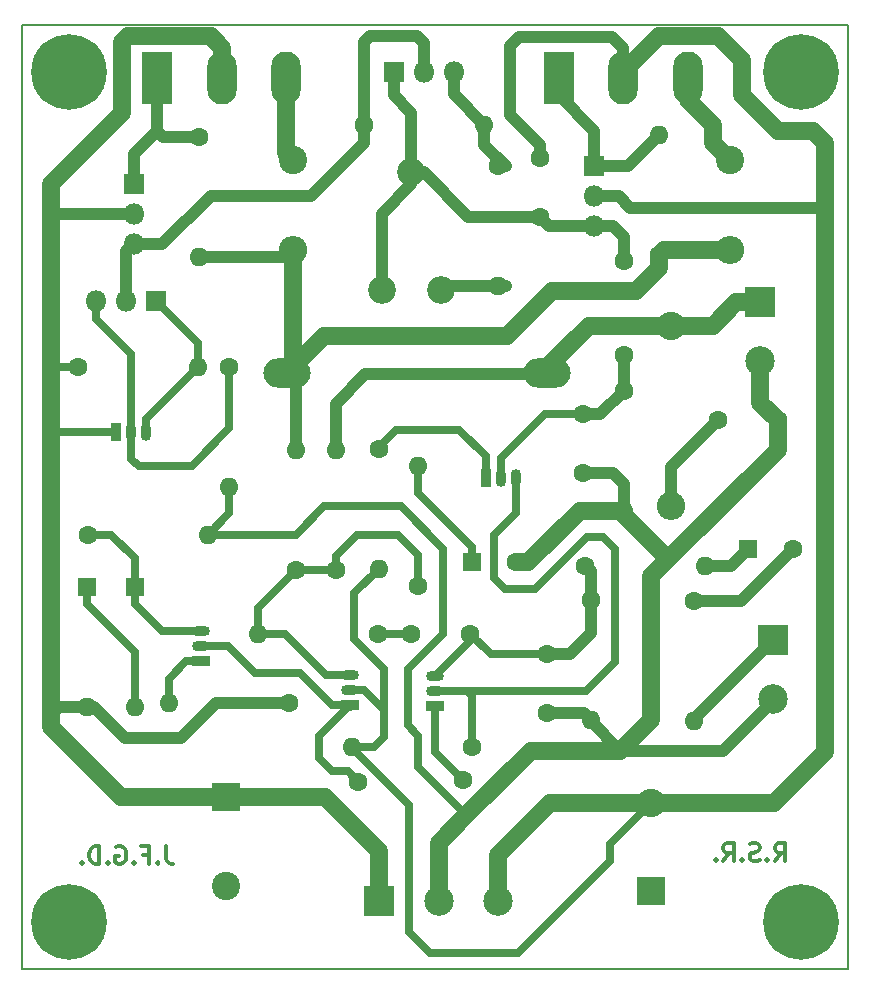
<source format=gbl>
G04 #@! TF.FileFunction,Copper,L2,Bot,Signal*
%FSLAX46Y46*%
G04 Gerber Fmt 4.6, Leading zero omitted, Abs format (unit mm)*
G04 Created by KiCad (PCBNEW 4.0.7) date 04/25/20 16:53:01*
%MOMM*%
%LPD*%
G01*
G04 APERTURE LIST*
%ADD10C,0.100000*%
%ADD11C,0.300000*%
%ADD12C,0.150000*%
%ADD13C,2.340000*%
%ADD14C,1.600000*%
%ADD15O,1.600000X1.600000*%
%ADD16C,6.400000*%
%ADD17C,0.800000*%
%ADD18R,1.600000X1.600000*%
%ADD19R,2.400000X2.400000*%
%ADD20C,2.400000*%
%ADD21O,4.000000X2.500000*%
%ADD22R,2.500000X2.500000*%
%ADD23C,2.500000*%
%ADD24R,1.800000X1.800000*%
%ADD25O,1.800000X1.800000*%
%ADD26R,2.500000X4.500000*%
%ADD27O,2.500000X4.500000*%
%ADD28O,2.400000X2.400000*%
%ADD29O,1.500000X0.900000*%
%ADD30R,1.500000X0.900000*%
%ADD31O,0.900000X1.500000*%
%ADD32R,0.900000X1.500000*%
%ADD33C,1.000000*%
%ADD34C,0.700000*%
%ADD35C,1.500000*%
G04 APERTURE END LIST*
D10*
D11*
X173775428Y-120820571D02*
X174275428Y-120106286D01*
X174632571Y-120820571D02*
X174632571Y-119320571D01*
X174061143Y-119320571D01*
X173918285Y-119392000D01*
X173846857Y-119463429D01*
X173775428Y-119606286D01*
X173775428Y-119820571D01*
X173846857Y-119963429D01*
X173918285Y-120034857D01*
X174061143Y-120106286D01*
X174632571Y-120106286D01*
X173132571Y-120677714D02*
X173061143Y-120749143D01*
X173132571Y-120820571D01*
X173204000Y-120749143D01*
X173132571Y-120677714D01*
X173132571Y-120820571D01*
X172489714Y-120749143D02*
X172275428Y-120820571D01*
X171918285Y-120820571D01*
X171775428Y-120749143D01*
X171703999Y-120677714D01*
X171632571Y-120534857D01*
X171632571Y-120392000D01*
X171703999Y-120249143D01*
X171775428Y-120177714D01*
X171918285Y-120106286D01*
X172203999Y-120034857D01*
X172346857Y-119963429D01*
X172418285Y-119892000D01*
X172489714Y-119749143D01*
X172489714Y-119606286D01*
X172418285Y-119463429D01*
X172346857Y-119392000D01*
X172203999Y-119320571D01*
X171846857Y-119320571D01*
X171632571Y-119392000D01*
X170989714Y-120677714D02*
X170918286Y-120749143D01*
X170989714Y-120820571D01*
X171061143Y-120749143D01*
X170989714Y-120677714D01*
X170989714Y-120820571D01*
X169418285Y-120820571D02*
X169918285Y-120106286D01*
X170275428Y-120820571D02*
X170275428Y-119320571D01*
X169704000Y-119320571D01*
X169561142Y-119392000D01*
X169489714Y-119463429D01*
X169418285Y-119606286D01*
X169418285Y-119820571D01*
X169489714Y-119963429D01*
X169561142Y-120034857D01*
X169704000Y-120106286D01*
X170275428Y-120106286D01*
X168775428Y-120677714D02*
X168704000Y-120749143D01*
X168775428Y-120820571D01*
X168846857Y-120749143D01*
X168775428Y-120677714D01*
X168775428Y-120820571D01*
X122229143Y-119574571D02*
X122229143Y-120646000D01*
X122300571Y-120860286D01*
X122443428Y-121003143D01*
X122657714Y-121074571D01*
X122800571Y-121074571D01*
X121514857Y-120931714D02*
X121443429Y-121003143D01*
X121514857Y-121074571D01*
X121586286Y-121003143D01*
X121514857Y-120931714D01*
X121514857Y-121074571D01*
X120300571Y-120288857D02*
X120800571Y-120288857D01*
X120800571Y-121074571D02*
X120800571Y-119574571D01*
X120086285Y-119574571D01*
X119514857Y-120931714D02*
X119443429Y-121003143D01*
X119514857Y-121074571D01*
X119586286Y-121003143D01*
X119514857Y-120931714D01*
X119514857Y-121074571D01*
X118014857Y-119646000D02*
X118157714Y-119574571D01*
X118372000Y-119574571D01*
X118586285Y-119646000D01*
X118729143Y-119788857D01*
X118800571Y-119931714D01*
X118872000Y-120217429D01*
X118872000Y-120431714D01*
X118800571Y-120717429D01*
X118729143Y-120860286D01*
X118586285Y-121003143D01*
X118372000Y-121074571D01*
X118229143Y-121074571D01*
X118014857Y-121003143D01*
X117943428Y-120931714D01*
X117943428Y-120431714D01*
X118229143Y-120431714D01*
X117300571Y-120931714D02*
X117229143Y-121003143D01*
X117300571Y-121074571D01*
X117372000Y-121003143D01*
X117300571Y-120931714D01*
X117300571Y-121074571D01*
X116586285Y-121074571D02*
X116586285Y-119574571D01*
X116229142Y-119574571D01*
X116014857Y-119646000D01*
X115871999Y-119788857D01*
X115800571Y-119931714D01*
X115729142Y-120217429D01*
X115729142Y-120431714D01*
X115800571Y-120717429D01*
X115871999Y-120860286D01*
X116014857Y-121003143D01*
X116229142Y-121074571D01*
X116586285Y-121074571D01*
X115086285Y-120931714D02*
X115014857Y-121003143D01*
X115086285Y-121074571D01*
X115157714Y-121003143D01*
X115086285Y-120931714D01*
X115086285Y-121074571D01*
D12*
X110000000Y-50000000D02*
X110000000Y-130000000D01*
X180000000Y-50000000D02*
X110000000Y-50000000D01*
X180000000Y-130000000D02*
X180000000Y-50000000D01*
X110000000Y-130000000D02*
X180000000Y-130000000D01*
D13*
X140500000Y-72500000D03*
X143000000Y-62500000D03*
X145500000Y-72500000D03*
D14*
X114808000Y-78994000D03*
D15*
X124968000Y-78994000D03*
D16*
X176000000Y-54000000D03*
D17*
X178400000Y-54000000D03*
X177697056Y-55697056D03*
X176000000Y-56400000D03*
X174302944Y-55697056D03*
X173600000Y-54000000D03*
X174302944Y-52302944D03*
X176000000Y-51600000D03*
X177697056Y-52302944D03*
D16*
X176000000Y-126000000D03*
D17*
X178400000Y-126000000D03*
X177697056Y-127697056D03*
X176000000Y-128400000D03*
X174302944Y-127697056D03*
X173600000Y-126000000D03*
X174302944Y-124302944D03*
X176000000Y-123600000D03*
X177697056Y-124302944D03*
D16*
X114000000Y-126000000D03*
D17*
X116400000Y-126000000D03*
X115697056Y-127697056D03*
X114000000Y-128400000D03*
X112302944Y-127697056D03*
X111600000Y-126000000D03*
X112302944Y-124302944D03*
X114000000Y-123600000D03*
X115697056Y-124302944D03*
D16*
X114000000Y-54000000D03*
D17*
X116400000Y-54000000D03*
X115697056Y-55697056D03*
X114000000Y-56400000D03*
X112302944Y-55697056D03*
X111600000Y-54000000D03*
X112302944Y-52302944D03*
X114000000Y-51600000D03*
X115697056Y-52302944D03*
D18*
X171500000Y-94400000D03*
D14*
X175300000Y-94400000D03*
X154500000Y-103300000D03*
X154500000Y-108300000D03*
X148000000Y-101600000D03*
X143000000Y-101600000D03*
X157500000Y-83000000D03*
X157500000Y-88000000D03*
X153924000Y-66294000D03*
X153924000Y-61294000D03*
X169000000Y-83500000D03*
X174000000Y-83500000D03*
D18*
X148100000Y-95500000D03*
D14*
X151900000Y-95500000D03*
D19*
X127300000Y-115400000D03*
D20*
X127300000Y-122900000D03*
D19*
X163300000Y-123400000D03*
D20*
X163300000Y-115900000D03*
D18*
X115500000Y-97625000D03*
D15*
X115500000Y-107785000D03*
D18*
X119600000Y-97600000D03*
D15*
X119600000Y-107760000D03*
D21*
X132500000Y-79500000D03*
X154500000Y-79500000D03*
D22*
X173600000Y-102100000D03*
D23*
X173600000Y-107100000D03*
D22*
X172500000Y-73500000D03*
D23*
X172500000Y-78500000D03*
X150300000Y-124200000D03*
D22*
X140300000Y-124200000D03*
D23*
X145300000Y-124200000D03*
D24*
X121412000Y-73406000D03*
D25*
X118872000Y-73406000D03*
X116332000Y-73406000D03*
D24*
X141500000Y-54000000D03*
D25*
X144040000Y-54000000D03*
X146580000Y-54000000D03*
D24*
X119500000Y-63500000D03*
D25*
X119500000Y-66040000D03*
X119500000Y-68580000D03*
D24*
X158496000Y-61976000D03*
D25*
X158496000Y-64516000D03*
X158496000Y-67056000D03*
D26*
X121500000Y-54500000D03*
D27*
X126950000Y-54500000D03*
X132400000Y-54500000D03*
D26*
X155500000Y-54500000D03*
D27*
X160950000Y-54500000D03*
X166400000Y-54500000D03*
D14*
X166900000Y-98800000D03*
D15*
X166900000Y-108960000D03*
D14*
X157700000Y-95800000D03*
D15*
X167860000Y-95800000D03*
D14*
X158200000Y-98700000D03*
D15*
X158200000Y-108860000D03*
D14*
X148100000Y-111200000D03*
D15*
X137940000Y-111200000D03*
D14*
X132600000Y-107400000D03*
D15*
X122440000Y-107400000D03*
D14*
X140200000Y-101600000D03*
D15*
X130040000Y-101600000D03*
D14*
X115600000Y-93200000D03*
D15*
X125760000Y-93200000D03*
D14*
X140300000Y-85900000D03*
D15*
X140300000Y-96060000D03*
D14*
X127600000Y-79000000D03*
D15*
X127600000Y-89160000D03*
D14*
X139000000Y-58500000D03*
D15*
X149160000Y-58500000D03*
D14*
X150368000Y-61976000D03*
D15*
X150368000Y-72136000D03*
D14*
X161000000Y-81000000D03*
D15*
X161000000Y-91160000D03*
D14*
X125000000Y-59500000D03*
D15*
X125000000Y-69660000D03*
D14*
X164000000Y-69500000D03*
D15*
X164000000Y-59340000D03*
D20*
X133000000Y-61500000D03*
D28*
X133000000Y-69120000D03*
D20*
X170000000Y-61500000D03*
D28*
X170000000Y-69120000D03*
D14*
X133200000Y-96200000D03*
D15*
X133200000Y-86040000D03*
D14*
X136600000Y-96200000D03*
D15*
X136600000Y-86040000D03*
D20*
X165000000Y-75500000D03*
D28*
X165000000Y-90740000D03*
D14*
X143600000Y-97500000D03*
D15*
X143600000Y-87340000D03*
D29*
X145000000Y-106430000D03*
X145000000Y-105160000D03*
D30*
X145000000Y-107700000D03*
D29*
X125222000Y-102616000D03*
X125222000Y-101346000D03*
D30*
X125222000Y-103886000D03*
D29*
X137800000Y-106330000D03*
X137800000Y-105060000D03*
D30*
X137800000Y-107600000D03*
D31*
X150622000Y-88392000D03*
X151892000Y-88392000D03*
D32*
X149352000Y-88392000D03*
D31*
X119270000Y-84500000D03*
X120540000Y-84500000D03*
D32*
X118000000Y-84500000D03*
D14*
X161000000Y-70000000D03*
X161000000Y-78000000D03*
X138500000Y-114100000D03*
X147400000Y-114000000D03*
D33*
X167860000Y-95800000D02*
X170100000Y-95800000D01*
X170100000Y-95800000D02*
X171500000Y-94400000D01*
X166900000Y-98800000D02*
X170900000Y-98800000D01*
X170900000Y-98800000D02*
X175300000Y-94400000D01*
D34*
X154500000Y-103300000D02*
X149700000Y-103300000D01*
X149700000Y-103300000D02*
X148000000Y-101600000D01*
D33*
X154500000Y-103300000D02*
X156400000Y-103300000D01*
X158200000Y-101500000D02*
X158200000Y-98700000D01*
X156400000Y-103300000D02*
X158200000Y-101500000D01*
D34*
X148000000Y-101600000D02*
X148000000Y-102160000D01*
X148000000Y-102160000D02*
X145000000Y-105160000D01*
D33*
X158200000Y-98700000D02*
X158200000Y-96300000D01*
X158200000Y-96300000D02*
X157700000Y-95800000D01*
X157500000Y-88000000D02*
X160100000Y-88000000D01*
X161000000Y-88900000D02*
X161000000Y-91160000D01*
X160100000Y-88000000D02*
X161000000Y-88900000D01*
D34*
X143600000Y-111000000D02*
X143600000Y-112900000D01*
X133200000Y-93200000D02*
X135600000Y-90800000D01*
X135600000Y-90800000D02*
X142100000Y-90800000D01*
X142100000Y-90800000D02*
X145700000Y-94400000D01*
X145700000Y-94400000D02*
X145700000Y-101600000D01*
X145700000Y-101600000D02*
X142700000Y-104600000D01*
X142700000Y-104600000D02*
X142700000Y-109300000D01*
X142700000Y-109300000D02*
X143600000Y-110200000D01*
X143600000Y-110200000D02*
X143600000Y-111000000D01*
X125760000Y-93200000D02*
X133200000Y-93200000D01*
X143600000Y-112900000D02*
X147650000Y-116950000D01*
D35*
X161000000Y-91160000D02*
X161000000Y-91500000D01*
X161000000Y-91500000D02*
X164750000Y-95250000D01*
D34*
X127600000Y-89160000D02*
X127600000Y-91360000D01*
X127600000Y-91360000D02*
X125760000Y-93200000D01*
D35*
X161000000Y-91160000D02*
X157240000Y-91160000D01*
X157240000Y-91160000D02*
X152900000Y-95500000D01*
X152900000Y-95500000D02*
X151900000Y-95500000D01*
X161000000Y-91160000D02*
X160660000Y-91160000D01*
D33*
X154500000Y-108300000D02*
X157640000Y-108300000D01*
X157640000Y-108300000D02*
X158200000Y-108860000D01*
X173600000Y-107100000D02*
X173600000Y-107300000D01*
X173600000Y-107300000D02*
X169400000Y-111500000D01*
X169400000Y-111500000D02*
X160700000Y-111500000D01*
X158200000Y-108860000D02*
X158200000Y-109000000D01*
X158200000Y-109000000D02*
X160700000Y-111500000D01*
D35*
X172500000Y-78500000D02*
X172500000Y-82000000D01*
X172500000Y-82000000D02*
X174000000Y-83500000D01*
D33*
X157500000Y-88000000D02*
X157840000Y-88000000D01*
D35*
X145300000Y-124200000D02*
X145300000Y-119300000D01*
X145300000Y-119300000D02*
X147650000Y-116950000D01*
X153100000Y-111500000D02*
X160700000Y-111500000D01*
X147650000Y-116950000D02*
X153100000Y-111500000D01*
X174000000Y-86000000D02*
X174000000Y-83500000D01*
X163300000Y-96700000D02*
X163500000Y-96500000D01*
X163500000Y-96500000D02*
X164750000Y-95250000D01*
X164750000Y-95250000D02*
X174000000Y-86000000D01*
X163300000Y-108900000D02*
X163300000Y-96700000D01*
X160700000Y-111500000D02*
X163300000Y-108900000D01*
D33*
X173600000Y-107100000D02*
X173600000Y-107600000D01*
D35*
X163300000Y-123400000D02*
X163100000Y-123400000D01*
D34*
X140200000Y-101600000D02*
X143000000Y-101600000D01*
D33*
X158496000Y-67056000D02*
X154686000Y-67056000D01*
X154686000Y-67056000D02*
X153924000Y-66294000D01*
X143000000Y-62500000D02*
X144034000Y-62500000D01*
X144034000Y-62500000D02*
X147828000Y-66294000D01*
X147828000Y-66294000D02*
X153924000Y-66294000D01*
D34*
X150570000Y-88700000D02*
X150570000Y-86730000D01*
X154300000Y-83000000D02*
X157500000Y-83000000D01*
X150570000Y-86730000D02*
X154300000Y-83000000D01*
D33*
X161000000Y-81000000D02*
X161000000Y-78000000D01*
X160080000Y-67080000D02*
X159000000Y-67080000D01*
X161000000Y-68000000D02*
X160080000Y-67080000D01*
X161000000Y-70000000D02*
X161000000Y-68000000D01*
X157500000Y-83000000D02*
X159000000Y-83000000D01*
X159000000Y-83000000D02*
X161000000Y-81000000D01*
X143000000Y-62500000D02*
X143000000Y-63500000D01*
X143000000Y-63500000D02*
X140500000Y-66000000D01*
X140500000Y-66000000D02*
X140500000Y-72500000D01*
X141500000Y-54000000D02*
X141500000Y-56000000D01*
X141500000Y-56000000D02*
X143000000Y-57500000D01*
X143000000Y-57500000D02*
X143000000Y-62500000D01*
X153924000Y-61294000D02*
X153924000Y-60198000D01*
X160950000Y-51984000D02*
X160950000Y-54500000D01*
X160020000Y-51054000D02*
X160950000Y-51984000D01*
X152146000Y-51054000D02*
X160020000Y-51054000D01*
X151384000Y-51816000D02*
X152146000Y-51054000D01*
X151384000Y-57658000D02*
X151384000Y-51816000D01*
X153924000Y-60198000D02*
X151384000Y-57658000D01*
D34*
X140300000Y-96060000D02*
X140240000Y-96060000D01*
X140240000Y-96060000D02*
X138162000Y-98138000D01*
X138162000Y-98138000D02*
X138162000Y-102062000D01*
X138162000Y-102062000D02*
X140700000Y-104600000D01*
X140700000Y-104600000D02*
X140700000Y-108000000D01*
X137940000Y-111200000D02*
X137940000Y-111240000D01*
X137940000Y-111240000D02*
X142800000Y-116100000D01*
X159800000Y-119400000D02*
X163300000Y-115900000D01*
X159800000Y-120800000D02*
X159800000Y-119400000D01*
X152000000Y-128600000D02*
X159800000Y-120800000D01*
X144600000Y-128600000D02*
X152000000Y-128600000D01*
X142800000Y-126800000D02*
X144600000Y-128600000D01*
X142800000Y-116100000D02*
X142800000Y-126800000D01*
X137800000Y-106330000D02*
X139030000Y-106330000D01*
X139800000Y-111200000D02*
X137940000Y-111200000D01*
X140700000Y-110300000D02*
X139800000Y-111200000D01*
X140700000Y-108000000D02*
X140700000Y-110300000D01*
X139030000Y-106330000D02*
X140700000Y-108000000D01*
X150300000Y-124200000D02*
X150300000Y-124900000D01*
D35*
X163300000Y-115900000D02*
X173730000Y-115900000D01*
X173730000Y-115900000D02*
X178000000Y-111630000D01*
X178000000Y-111630000D02*
X178000000Y-65500000D01*
X150300000Y-124200000D02*
X150300000Y-120300000D01*
X150300000Y-120300000D02*
X154700000Y-115900000D01*
X154700000Y-115900000D02*
X163300000Y-115900000D01*
D33*
X178000000Y-65500000D02*
X161500000Y-65500000D01*
X161500000Y-65500000D02*
X160540000Y-64540000D01*
X160540000Y-64540000D02*
X159000000Y-64540000D01*
D35*
X160950000Y-54050000D02*
X164000000Y-51000000D01*
X178000000Y-60000000D02*
X178000000Y-65500000D01*
X177000000Y-59000000D02*
X178000000Y-60000000D01*
X174000000Y-59000000D02*
X177000000Y-59000000D01*
X171000000Y-56000000D02*
X174000000Y-59000000D01*
X171000000Y-53000000D02*
X171000000Y-56000000D01*
X169000000Y-51000000D02*
X171000000Y-53000000D01*
X164000000Y-51000000D02*
X169000000Y-51000000D01*
D33*
X165000000Y-90740000D02*
X165000000Y-87500000D01*
X165000000Y-87500000D02*
X169000000Y-83500000D01*
D34*
X148100000Y-95500000D02*
X148100000Y-94200000D01*
X143600000Y-89700000D02*
X143600000Y-87340000D01*
X148100000Y-94200000D02*
X143600000Y-89700000D01*
X114808000Y-78994000D02*
X112500000Y-78994000D01*
X112500000Y-78994000D02*
X112522000Y-78994000D01*
X112522000Y-78994000D02*
X112500000Y-78994000D01*
D33*
X132600000Y-107400000D02*
X126500000Y-107400000D01*
X118740000Y-110400000D02*
X116100000Y-107760000D01*
X123500000Y-110400000D02*
X118740000Y-110400000D01*
X126500000Y-107400000D02*
X123500000Y-110400000D01*
X116100000Y-107760000D02*
X113140000Y-107760000D01*
X113140000Y-107760000D02*
X112500000Y-108400000D01*
D35*
X127300000Y-115400000D02*
X118386000Y-115400000D01*
X112500000Y-109514000D02*
X112500000Y-108400000D01*
X112500000Y-108400000D02*
X112500000Y-99160000D01*
X118386000Y-115400000D02*
X112500000Y-109514000D01*
X140300000Y-124200000D02*
X140300000Y-120000000D01*
X135700000Y-115400000D02*
X127300000Y-115400000D01*
X140300000Y-120000000D02*
X135700000Y-115400000D01*
D34*
X118000000Y-84500000D02*
X113000000Y-84500000D01*
X113000000Y-84500000D02*
X112500000Y-85000000D01*
D33*
X119500000Y-66040000D02*
X112500000Y-66040000D01*
X112500000Y-66040000D02*
X112500000Y-65500000D01*
X112500000Y-99160000D02*
X112500000Y-99000000D01*
D35*
X112500000Y-99000000D02*
X112500000Y-85000000D01*
X112500000Y-85000000D02*
X112500000Y-78994000D01*
X112500000Y-78994000D02*
X112500000Y-78500000D01*
X112500000Y-78500000D02*
X112500000Y-76400000D01*
X112500000Y-76400000D02*
X112500000Y-65500000D01*
X112500000Y-65500000D02*
X112500000Y-63500000D01*
X112500000Y-63500000D02*
X118500000Y-57500000D01*
X118500000Y-57500000D02*
X118500000Y-51500000D01*
X118500000Y-51500000D02*
X119000000Y-51000000D01*
X119000000Y-51000000D02*
X126000000Y-51000000D01*
X126000000Y-51000000D02*
X126950000Y-51950000D01*
X126950000Y-51950000D02*
X126950000Y-54500000D01*
X170000000Y-69120000D02*
X164380000Y-69120000D01*
X164380000Y-69120000D02*
X164000000Y-69500000D01*
X164000000Y-69500000D02*
X164000000Y-70600000D01*
X164000000Y-70600000D02*
X162000000Y-72600000D01*
X162000000Y-72600000D02*
X154900000Y-72600000D01*
X154900000Y-72600000D02*
X151100000Y-76400000D01*
X151100000Y-76400000D02*
X135600000Y-76400000D01*
X135600000Y-76400000D02*
X132500000Y-79500000D01*
D33*
X133200000Y-86040000D02*
X133200000Y-80200000D01*
X133200000Y-80200000D02*
X132500000Y-79500000D01*
X133100000Y-85940000D02*
X133200000Y-86040000D01*
X164380000Y-69120000D02*
X164000000Y-69500000D01*
X125000000Y-69660000D02*
X132460000Y-69660000D01*
X132460000Y-69660000D02*
X133000000Y-69120000D01*
D35*
X133000000Y-69120000D02*
X133000000Y-79000000D01*
X133000000Y-79000000D02*
X132500000Y-79500000D01*
X165000000Y-75500000D02*
X168500000Y-75500000D01*
X170500000Y-73500000D02*
X172500000Y-73500000D01*
X168500000Y-75500000D02*
X170500000Y-73500000D01*
X154500000Y-79500000D02*
X154500000Y-79000000D01*
X154500000Y-79000000D02*
X158000000Y-75500000D01*
X158000000Y-75500000D02*
X165000000Y-75500000D01*
D33*
X136600000Y-86040000D02*
X136600000Y-82100000D01*
X136600000Y-82100000D02*
X139100000Y-79600000D01*
X139100000Y-79600000D02*
X154400000Y-79600000D01*
X154400000Y-79600000D02*
X154500000Y-79500000D01*
D34*
X151840000Y-88700000D02*
X151840000Y-91360000D01*
X157770000Y-106430000D02*
X147730000Y-106430000D01*
X160200000Y-104000000D02*
X157770000Y-106430000D01*
X160200000Y-94400000D02*
X160200000Y-104000000D01*
X159200000Y-93400000D02*
X160200000Y-94400000D01*
X157900000Y-93400000D02*
X159200000Y-93400000D01*
X153500000Y-97800000D02*
X157900000Y-93400000D01*
X150900000Y-97800000D02*
X153500000Y-97800000D01*
X150000000Y-96900000D02*
X150900000Y-97800000D01*
X150000000Y-93200000D02*
X150000000Y-96900000D01*
X151840000Y-91360000D02*
X150000000Y-93200000D01*
X148100000Y-111200000D02*
X148100000Y-106800000D01*
X147730000Y-106430000D02*
X145000000Y-106430000D01*
X148100000Y-106800000D02*
X147730000Y-106430000D01*
X125222000Y-102616000D02*
X127508000Y-102616000D01*
X136302000Y-107600000D02*
X137800000Y-107600000D01*
X133604000Y-104902000D02*
X136302000Y-107600000D01*
X129794000Y-104902000D02*
X133604000Y-104902000D01*
X127508000Y-102616000D02*
X129794000Y-104902000D01*
X145000000Y-107700000D02*
X145000000Y-111600000D01*
X135200000Y-110200000D02*
X137800000Y-107600000D01*
X135200000Y-112100000D02*
X135200000Y-110200000D01*
X136300000Y-113200000D02*
X135200000Y-112100000D01*
X137600000Y-113200000D02*
X136300000Y-113200000D01*
X138500000Y-114100000D02*
X137600000Y-113200000D01*
X145000000Y-111600000D02*
X147400000Y-114000000D01*
X137800000Y-107600000D02*
X137800000Y-107800000D01*
X119600000Y-97600000D02*
X119600000Y-99026000D01*
X121920000Y-101346000D02*
X125222000Y-101346000D01*
X119600000Y-99026000D02*
X121920000Y-101346000D01*
X115600000Y-93200000D02*
X117600000Y-93200000D01*
X119600000Y-95200000D02*
X119600000Y-97600000D01*
X117600000Y-93200000D02*
X119600000Y-95200000D01*
X125222000Y-103886000D02*
X123952000Y-103886000D01*
X122440000Y-105398000D02*
X122440000Y-107400000D01*
X123952000Y-103886000D02*
X122440000Y-105398000D01*
X143600000Y-97500000D02*
X143600000Y-94900000D01*
X136600000Y-95000000D02*
X136600000Y-96200000D01*
X138400000Y-93200000D02*
X136600000Y-95000000D01*
X141900000Y-93200000D02*
X138400000Y-93200000D01*
X143600000Y-94900000D02*
X141900000Y-93200000D01*
X136600000Y-96200000D02*
X133200000Y-96200000D01*
X130040000Y-101600000D02*
X132300000Y-101600000D01*
X135760000Y-105060000D02*
X137800000Y-105060000D01*
X132300000Y-101600000D02*
X135760000Y-105060000D01*
X130040000Y-101600000D02*
X130040000Y-99360000D01*
X130040000Y-99360000D02*
X133200000Y-96200000D01*
X140300000Y-85900000D02*
X140300000Y-85760000D01*
X140300000Y-85760000D02*
X141732000Y-84328000D01*
X141732000Y-84328000D02*
X147066000Y-84328000D01*
X147066000Y-84328000D02*
X149300000Y-86562000D01*
X149300000Y-86562000D02*
X149300000Y-88700000D01*
X149300000Y-88100000D02*
X149300000Y-88700000D01*
X116332000Y-73406000D02*
X116332000Y-74930000D01*
X119270000Y-77868000D02*
X119270000Y-84500000D01*
X116332000Y-74930000D02*
X119270000Y-77868000D01*
X119270000Y-84500000D02*
X119270000Y-86770000D01*
X127600000Y-84200000D02*
X127600000Y-79000000D01*
X124400000Y-87400000D02*
X127600000Y-84200000D01*
X119900000Y-87400000D02*
X124400000Y-87400000D01*
X119270000Y-86770000D02*
X119900000Y-87400000D01*
X124968000Y-78994000D02*
X124968000Y-76962000D01*
X124968000Y-76962000D02*
X121412000Y-73406000D01*
X120540000Y-84500000D02*
X120540000Y-83422000D01*
X120540000Y-83422000D02*
X124968000Y-78994000D01*
X124714000Y-79248000D02*
X124968000Y-78994000D01*
D33*
X118872000Y-73406000D02*
X118872000Y-69208000D01*
X118872000Y-69208000D02*
X119500000Y-68580000D01*
D34*
X119460000Y-68620000D02*
X119500000Y-68580000D01*
D33*
X139000000Y-58500000D02*
X139000000Y-51500000D01*
X144040000Y-51540000D02*
X144040000Y-54000000D01*
X143500000Y-51000000D02*
X144040000Y-51540000D01*
X139500000Y-51000000D02*
X143500000Y-51000000D01*
X139000000Y-51500000D02*
X139500000Y-51000000D01*
X119500000Y-68580000D02*
X121920000Y-68580000D01*
X139000000Y-60000000D02*
X139000000Y-58500000D01*
X134500000Y-64500000D02*
X139000000Y-60000000D01*
X126000000Y-64500000D02*
X134500000Y-64500000D01*
X121920000Y-68580000D02*
X126000000Y-64500000D01*
X149160000Y-58500000D02*
X149160000Y-60160000D01*
X149160000Y-60160000D02*
X151000000Y-62000000D01*
X146580000Y-54000000D02*
X146580000Y-55920000D01*
X146580000Y-55920000D02*
X149160000Y-58500000D01*
X119500000Y-63500000D02*
X119500000Y-61000000D01*
X119500000Y-61000000D02*
X121500000Y-59000000D01*
X125000000Y-59500000D02*
X122000000Y-59500000D01*
X121500000Y-59000000D02*
X121500000Y-54500000D01*
X122000000Y-59500000D02*
X121500000Y-59000000D01*
X158496000Y-62000000D02*
X161340000Y-62000000D01*
X161340000Y-62000000D02*
X164000000Y-59340000D01*
X155500000Y-54500000D02*
X155500000Y-56000000D01*
X155500000Y-56000000D02*
X158496000Y-58996000D01*
X158496000Y-58996000D02*
X158496000Y-62000000D01*
X151000000Y-72160000D02*
X145840000Y-72160000D01*
X145840000Y-72160000D02*
X145500000Y-72500000D01*
D35*
X132400000Y-54500000D02*
X132400000Y-60900000D01*
X132400000Y-60900000D02*
X133000000Y-61500000D01*
X166400000Y-54500000D02*
X166400000Y-56400000D01*
X166400000Y-56400000D02*
X168500000Y-58500000D01*
X168500000Y-58500000D02*
X168500000Y-60000000D01*
X168500000Y-60000000D02*
X170000000Y-61500000D01*
D34*
X115525000Y-97575000D02*
X115525000Y-99025000D01*
X119600000Y-103100000D02*
X119600000Y-107760000D01*
X115525000Y-99025000D02*
X119600000Y-103100000D01*
D33*
X166900000Y-108960000D02*
X166900000Y-108800000D01*
X166900000Y-108800000D02*
X173600000Y-102100000D01*
M02*

</source>
